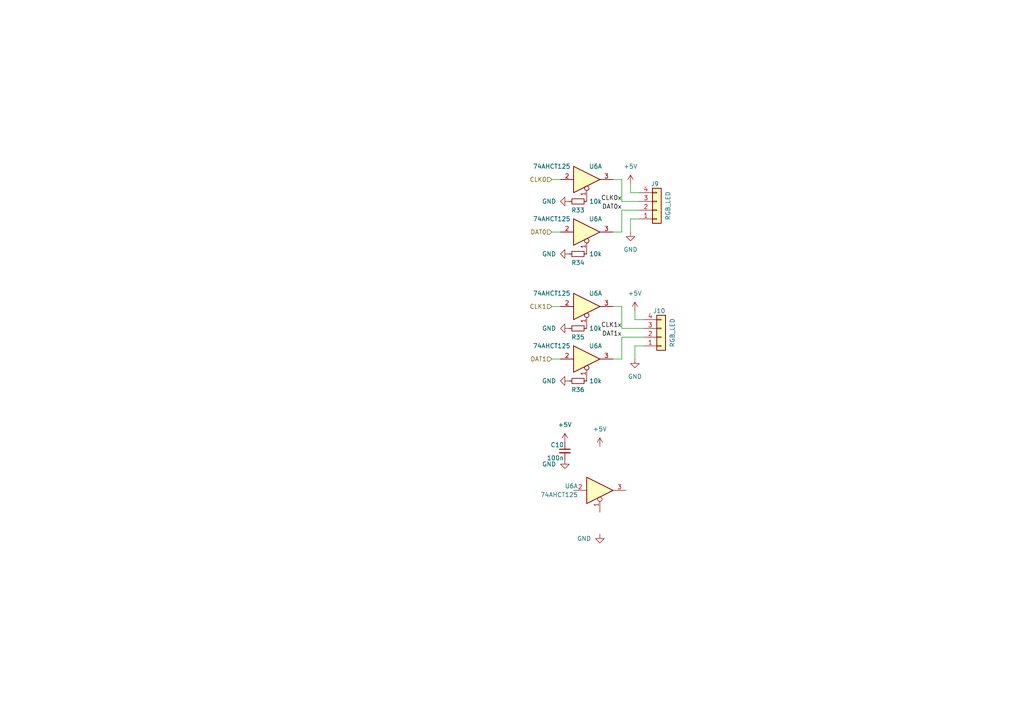
<source format=kicad_sch>
(kicad_sch (version 20210621) (generator eeschema)
  (paper "A4")
  (lib_symbols
    (symbol "74xx:74LVC125" (pin_names (offset 1.016))
      (property "Reference" "U" (at 0 1.27 0))
      (property "Value" "74LVC125" (at 0 -1.27 0))
      (symbol "74LVC125_1_0"
        (polyline (pts (xy -3.81 3.81) (xy -3.81 -3.81) (xy 3.81 0) (xy -3.81 3.81)) (stroke (width 0.254)) (fill (type background)))
        (pin input inverted (at 0 -6.35 90) (length 4.445) (name "~") (number "1"))
        (pin input line (at -7.62 0 0) (length 3.81) (name "~") (number "2"))
        (pin tri_state line (at 7.62 0 180) (length 3.81) (name "~") (number "3"))
      )
      (symbol "74LVC125_2_0"
        (polyline (pts (xy -3.81 3.81) (xy -3.81 -3.81) (xy 3.81 0) (xy -3.81 3.81)) (stroke (width 0.254)) (fill (type background)))
        (pin input inverted (at 0 -6.35 90) (length 4.445) (name "~") (number "4"))
        (pin input line (at -7.62 0 0) (length 3.81) (name "~") (number "5"))
        (pin tri_state line (at 7.62 0 180) (length 3.81) (name "~") (number "6"))
      )
      (symbol "74LVC125_3_0"
        (polyline (pts (xy -3.81 3.81) (xy -3.81 -3.81) (xy 3.81 0) (xy -3.81 3.81)) (stroke (width 0.254)) (fill (type background)))
        (pin input inverted (at 0 -6.35 90) (length 4.445) (name "~") (number "10"))
        (pin tri_state line (at 7.62 0 180) (length 3.81) (name "~") (number "8"))
        (pin input line (at -7.62 0 0) (length 3.81) (name "~") (number "9"))
      )
      (symbol "74LVC125_4_0"
        (polyline (pts (xy -3.81 3.81) (xy -3.81 -3.81) (xy 3.81 0) (xy -3.81 3.81)) (stroke (width 0.254)) (fill (type background)))
        (pin tri_state line (at 7.62 0 180) (length 3.81) (name "~") (number "11"))
        (pin input line (at -7.62 0 0) (length 3.81) (name "~") (number "12"))
        (pin input inverted (at 0 -6.35 90) (length 4.445) (name "~") (number "13"))
      )
      (symbol "74LVC125_5_0"
        (pin power_in line (at 0 12.7 270) (length 5.08) (name "VCC") (number "14"))
        (pin power_in line (at 0 -12.7 90) (length 5.08) (name "GND") (number "7"))
      )
      (symbol "74LVC125_5_1"
        (rectangle (start -5.08 7.62) (end 5.08 -7.62) (stroke (width 0.254)) (fill (type background)))
      )
    )
    (symbol "Connector_Generic:Conn_01x04" (pin_names (offset 1.016) hide)
      (property "Reference" "J" (at 0 5.08 0))
      (property "Value" "Conn_01x04" (at 0 -7.62 0))
      (symbol "Conn_01x04_1_1"
        (rectangle (start -1.27 -4.953) (end 0 -5.207) (stroke (width 0.1524)))
        (rectangle (start -1.27 -2.413) (end 0 -2.667) (stroke (width 0.1524)))
        (rectangle (start -1.27 0.127) (end 0 -0.127) (stroke (width 0.1524)))
        (rectangle (start -1.27 2.667) (end 0 2.413) (stroke (width 0.1524)))
        (rectangle (start -1.27 3.81) (end 1.27 -6.35) (stroke (width 0.254)) (fill (type background)))
        (pin passive line (at -5.08 2.54 0) (length 3.81) (name "Pin_1") (number "1"))
        (pin passive line (at -5.08 0 0) (length 3.81) (name "Pin_2") (number "2"))
        (pin passive line (at -5.08 -2.54 0) (length 3.81) (name "Pin_3") (number "3"))
        (pin passive line (at -5.08 -5.08 0) (length 3.81) (name "Pin_4") (number "4"))
      )
    )
    (symbol "pkl_device:pkl_C_Small" (pin_numbers hide) (pin_names (offset 0.254) hide)
      (property "Reference" "C" (at 0.254 1.778 0))
      (property "Value" "pkl_C_Small" (at 0.254 -2.032 0))
      (symbol "pkl_C_Small_0_1"
        (polyline (pts (xy -1.524 -0.508) (xy 1.524 -0.508)) (stroke (width 0.3302)))
        (polyline (pts (xy -1.524 0.508) (xy 1.524 0.508)) (stroke (width 0.3048)))
      )
      (symbol "pkl_C_Small_1_1"
        (pin passive line (at 0 2.54 270) (length 1.905) (name "~") (number "1"))
        (pin passive line (at 0 -2.54 90) (length 2.032) (name "~") (number "2"))
      )
    )
    (symbol "pkl_device:pkl_R_Small" (pin_numbers hide) (pin_names (offset 0.254) hide)
      (property "Reference" "R" (at 0.762 0.508 0))
      (property "Value" "pkl_R_Small" (at 0.762 -1.016 0))
      (symbol "pkl_R_Small_0_1"
        (rectangle (start -0.762 1.778) (end 0.762 -1.778) (stroke (width 0.2032)))
      )
      (symbol "pkl_R_Small_1_1"
        (pin passive line (at 0 2.54 270) (length 0.762) (name "~") (number "1"))
        (pin passive line (at 0 -2.54 90) (length 0.762) (name "~") (number "2"))
      )
    )
    (symbol "power:+5V" (power) (pin_names (offset 0))
      (property "Value" "+5V" (at 0 3.556 0))
      (symbol "+5V_0_1"
        (polyline (pts (xy -0.762 1.27) (xy 0 2.54)))
        (polyline (pts (xy 0 0) (xy 0 2.54)))
        (polyline (pts (xy 0 2.54) (xy 0.762 1.27)))
      )
      (symbol "+5V_1_1"
        (pin power_in line (at 0 0 90) (length 0) hide (name "+5V") (number "1"))
      )
    )
    (symbol "power:GND" (power) (pin_names (offset 0))
      (property "Value" "GND" (at 0 -3.81 0))
      (symbol "GND_0_1"
        (polyline (pts (xy 0 0) (xy 0 -1.27) (xy 1.27 -1.27) (xy 0 -2.54) (xy -1.27 -1.27) (xy 0 -1.27)))
      )
      (symbol "GND_1_1"
        (pin power_in line (at 0 0 270) (length 0) hide (name "GND") (number "1"))
      )
    )
  )
  (wire (pts (xy 160.02 52.07) (xy 162.56 52.07)))
  (wire (pts (xy 160.02 67.31) (xy 162.56 67.31)))
  (wire (pts (xy 160.02 88.9) (xy 162.56 88.9)))
  (wire (pts (xy 160.02 104.14) (xy 162.56 104.14)))
  (wire (pts (xy 177.8 52.07) (xy 180.34 52.07)))
  (wire (pts (xy 177.8 88.9) (xy 180.34 88.9)))
  (wire (pts (xy 177.8 104.14) (xy 180.34 104.14)))
  (wire (pts (xy 180.34 52.07) (xy 180.34 58.42)))
  (wire (pts (xy 180.34 60.96) (xy 185.42 60.96)))
  (wire (pts (xy 180.34 67.31) (xy 177.8 67.31)))
  (wire (pts (xy 180.34 67.31) (xy 180.34 60.96)))
  (wire (pts (xy 180.34 88.9) (xy 180.34 95.25)))
  (wire (pts (xy 180.34 95.25) (xy 186.69 95.25)))
  (wire (pts (xy 180.34 97.79) (xy 186.69 97.79)))
  (wire (pts (xy 180.34 104.14) (xy 180.34 97.79)))
  (wire (pts (xy 182.88 53.34) (xy 182.88 55.88)))
  (wire (pts (xy 182.88 63.5) (xy 182.88 67.31)))
  (wire (pts (xy 184.15 90.17) (xy 184.15 92.71)))
  (wire (pts (xy 184.15 100.33) (xy 184.15 104.14)))
  (wire (pts (xy 185.42 55.88) (xy 182.88 55.88)))
  (wire (pts (xy 185.42 58.42) (xy 180.34 58.42)))
  (wire (pts (xy 185.42 63.5) (xy 182.88 63.5)))
  (wire (pts (xy 186.69 92.71) (xy 184.15 92.71)))
  (wire (pts (xy 186.69 100.33) (xy 184.15 100.33)))
  (label "CLK0x" (at 180.34 58.42 180))
  (label "DAT0x" (at 180.34 60.96 180))
  (label "CLK1x" (at 180.34 95.25 180))
  (label "DAT1x" (at 180.34 97.79 180))
  (hierarchical_label "CLK0" (shape input) (at 160.02 52.07 180))
  (hierarchical_label "DAT0" (shape input) (at 160.02 67.31 180))
  (hierarchical_label "CLK1" (shape input) (at 160.02 88.9 180))
  (hierarchical_label "DAT1" (shape input) (at 160.02 104.14 180))
  (symbol (lib_id "power:+5V") (at 163.83 128.27 0) (mirror y)
    (property "Reference" "#PWR0166" (effects hide))
    (property "Value" "+5V" (at 163.83 123.19 0))
  )
  (symbol (lib_id "power:+5V") (at 173.99 129.54 0) (mirror y)
    (property "Reference" "#PWR0167" (effects hide))
    (property "Value" "+5V" (at 173.99 124.46 0))
  )
  (symbol (lib_id "power:+5V") (at 182.88 53.34 0) (mirror y)
    (property "Reference" "#PWR0162" (effects hide))
    (property "Value" "+5V" (at 182.88 48.26 0))
  )
  (symbol (lib_id "power:+5V") (at 184.15 90.17 0) (mirror y)
    (property "Reference" "#PWR0169" (effects hide))
    (property "Value" "+5V" (at 184.15 85.09 0))
  )
  (symbol (lib_id "power:GND") (at 163.83 133.35 0) (mirror y)
    (property "Reference" "#PWR0165" (effects hide))
    (property "Value" "GND" (at 161.29 134.6199 0) (effects (justify left)))
  )
  (symbol (lib_id "power:GND") (at 165.1 58.42 270) (mirror x)
    (property "Reference" "#PWR0163" (effects hide))
    (property "Value" "GND" (at 161.29 58.4199 90) (effects (justify right)))
  )
  (symbol (lib_id "power:GND") (at 165.1 73.66 270) (mirror x)
    (property "Reference" "#PWR0161" (effects hide))
    (property "Value" "GND" (at 161.29 73.6599 90) (effects (justify right)))
  )
  (symbol (lib_id "power:GND") (at 165.1 95.25 270) (mirror x)
    (property "Reference" "#PWR0171" (effects hide))
    (property "Value" "GND" (at 161.29 95.2499 90) (effects (justify right)))
  )
  (symbol (lib_id "power:GND") (at 165.1 110.49 270) (mirror x)
    (property "Reference" "#PWR0168" (effects hide))
    (property "Value" "GND" (at 161.29 110.4899 90) (effects (justify right)))
  )
  (symbol (lib_id "power:GND") (at 173.99 154.94 0) (mirror y)
    (property "Reference" "#PWR0164" (effects hide))
    (property "Value" "GND" (at 171.45 156.2099 0) (effects (justify left)))
  )
  (symbol (lib_id "power:GND") (at 182.88 67.31 0) (mirror y)
    (property "Reference" "#PWR0160" (effects hide))
    (property "Value" "GND" (at 182.88 72.39 0))
  )
  (symbol (lib_id "power:GND") (at 184.15 104.14 0) (mirror y)
    (property "Reference" "#PWR0170" (effects hide))
    (property "Value" "GND" (at 184.15 109.22 0))
  )
  (symbol (lib_id "pkl_device:pkl_R_Small") (at 167.64 58.42 270) (mirror x)
    (property "Reference" "R33" (at 167.64 60.96 90))
    (property "Value" "10k" (at 172.72 58.42 90))
    (property "Footprint" "pkl_dipol:R_0402" (effects hide))
  )
  (symbol (lib_id "pkl_device:pkl_R_Small") (at 167.64 73.66 270) (mirror x)
    (property "Reference" "R34" (at 167.64 76.2 90))
    (property "Value" "10k" (at 172.72 73.66 90))
    (property "Footprint" "pkl_dipol:R_0402" (effects hide))
  )
  (symbol (lib_id "pkl_device:pkl_R_Small") (at 167.64 95.25 270) (mirror x)
    (property "Reference" "R35" (at 167.64 97.79 90))
    (property "Value" "10k" (at 172.72 95.25 90))
    (property "Footprint" "pkl_dipol:R_0402" (effects hide))
  )
  (symbol (lib_id "pkl_device:pkl_R_Small") (at 167.64 110.49 270) (mirror x)
    (property "Reference" "R36" (at 167.64 113.03 90))
    (property "Value" "10k" (at 172.72 110.49 90))
    (property "Footprint" "pkl_dipol:R_0402" (effects hide))
  )
  (symbol (lib_id "pkl_device:pkl_C_Small") (at 163.83 130.81 0) (mirror y)
    (property "Reference" "C10" (at 163.576 129.032 0) (effects (justify left)))
    (property "Value" "100n" (at 163.576 132.842 0) (effects (justify left)))
    (property "Footprint" "pkl_dipol:C_0402" (effects hide))
    (property "Key" "cap-cer-0402-100n" (effects hide))
    (property "Package ID" "0402" (effects hide))
    (property "Source" "ANY" (effects hide))
  )
  (symbol (lib_id "Connector_Generic:Conn_01x04") (at 190.5 60.96 0) (mirror x)
    (property "Reference" "J9" (at 189.9285 53.34 0))
    (property "Value" "RGB_LED" (at 193.7385 59.69 90))
    (property "Footprint" "Connector_PinHeader_2.54mm:PinHeader_1x04_P2.54mm_Vertical" (effects hide))
  )
  (symbol (lib_id "Connector_Generic:Conn_01x04") (at 191.77 97.79 0) (mirror x)
    (property "Reference" "J10" (at 191.1985 90.17 0))
    (property "Value" "RGB_LED" (at 195.0085 96.52 90))
    (property "Footprint" "Connector_PinHeader_2.54mm:PinHeader_1x04_P2.54mm_Vertical" (effects hide))
  )
  (symbol (lib_id "74xx:74LVC125") (at 170.18 52.07 0)
    (property "Reference" "U6" (at 172.72 48.26 0))
    (property "Value" "74AHCT125" (at 160.02 48.26 0))
    (property "Footprint" "Package_SO:TSSOP-14_4.4x5mm_P0.65mm" (effects hide))
    (property "Datasheet" "http://www.ti.com/lit/gpn/sn74LVC125" (effects hide))
  )
  (symbol (lib_id "74xx:74LVC125") (at 170.18 67.31 0)
    (property "Reference" "U6" (at 172.72 63.5 0))
    (property "Value" "74AHCT125" (at 160.02 63.5 0))
    (property "Footprint" "Package_SO:TSSOP-14_4.4x5mm_P0.65mm" (effects hide))
    (property "Datasheet" "http://www.ti.com/lit/gpn/sn74LVC125" (effects hide))
  )
  (symbol (lib_id "74xx:74LVC125") (at 170.18 88.9 0)
    (property "Reference" "U6" (at 172.72 85.09 0))
    (property "Value" "74AHCT125" (at 160.02 85.09 0))
    (property "Footprint" "Package_SO:TSSOP-14_4.4x5mm_P0.65mm" (effects hide))
    (property "Datasheet" "http://www.ti.com/lit/gpn/sn74LVC125" (effects hide))
  )
  (symbol (lib_id "74xx:74LVC125") (at 170.18 104.14 0)
    (property "Reference" "U6" (at 172.72 100.33 0))
    (property "Value" "74AHCT125" (at 160.02 100.33 0))
    (property "Footprint" "Package_SO:TSSOP-14_4.4x5mm_P0.65mm" (effects hide))
    (property "Datasheet" "http://www.ti.com/lit/gpn/sn74LVC125" (effects hide))
  )
  (symbol (lib_id "74xx:74LVC125") (at 173.99 142.24 0)
    (property "Reference" "U6" (at 167.64 140.9699 0) (effects (justify right)))
    (property "Value" "74AHCT125" (at 167.64 143.5099 0) (effects (justify right)))
    (property "Footprint" "Package_SO:TSSOP-14_4.4x5mm_P0.65mm" (effects hide))
    (property "Datasheet" "http://www.ti.com/lit/gpn/sn74LVC125" (effects hide))
  )
)
</source>
